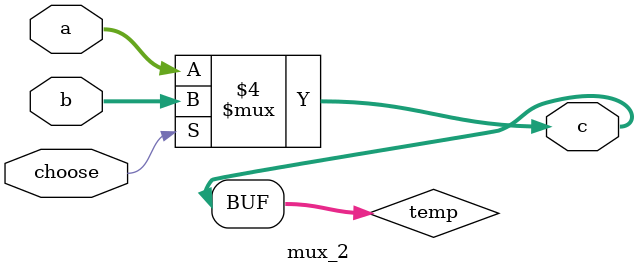
<source format=v>
`timescale 1ns / 1ps

module mux_2(a,b,choose,c);
    input [31:0] a;
    input [31:0] b;
    input choose;
    output [31:0] c;
    
    reg [31:0]temp;
    assign c=temp;
    always @ (a or b or choose) begin
         if(choose==0) temp<=a;
         else temp<=b;
    end
    
endmodule

</source>
